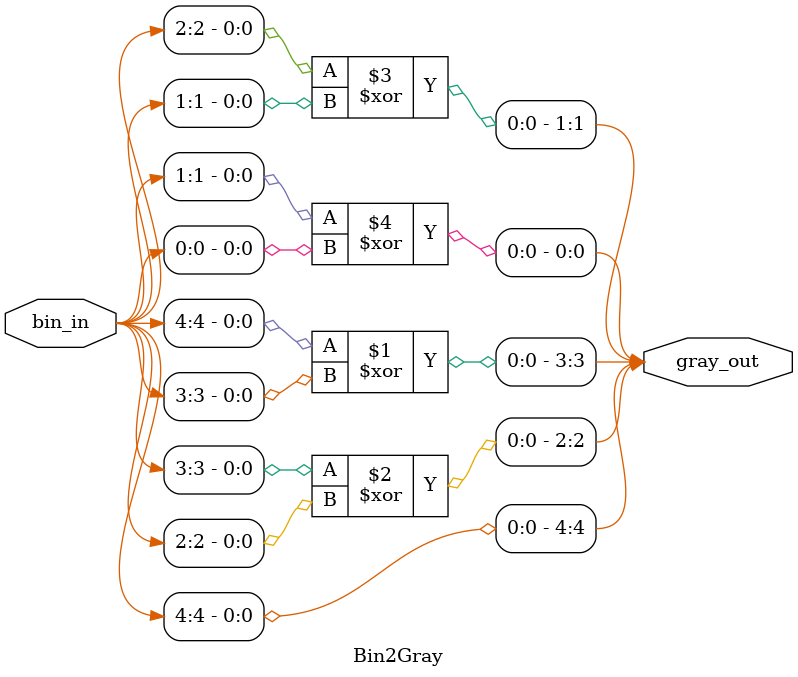
<source format=sv>
`timescale 1ns / 1ps
module Bin2Gray(
    input logic [4:0] bin_in,
    output logic [4:0] gray_out
    );
    
    assign gray_out[4] = bin_in[4];
    assign gray_out[3] = bin_in[4] ^ bin_in[3];
    assign gray_out[2] = bin_in[3] ^ bin_in[2];
    assign gray_out[1] = bin_in[2] ^ bin_in[1];
    assign gray_out[0] = bin_in[1] ^ bin_in[0];
endmodule

</source>
